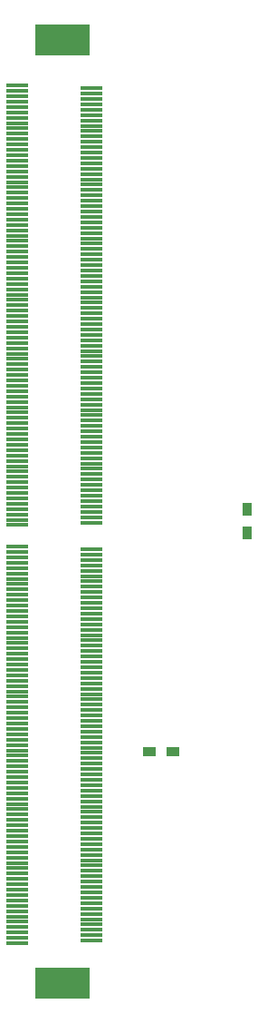
<source format=gtp>
G04 #@! TF.FileFunction,Paste,Top*
%FSLAX46Y46*%
G04 Gerber Fmt 4.6, Leading zero omitted, Abs format (unit mm)*
G04 Created by KiCad (PCBNEW 4.0.3-stable) date 11/18/16 20:14:28*
%MOMM*%
%LPD*%
G01*
G04 APERTURE LIST*
%ADD10C,0.150000*%
%ADD11R,5.150000X3.000000*%
%ADD12R,2.000000X0.350000*%
%ADD13R,0.900000X1.200000*%
%ADD14R,1.200000X0.900000*%
G04 APERTURE END LIST*
D10*
D11*
X264600000Y-107300000D03*
D12*
X267370000Y-162790000D03*
X267370000Y-163290000D03*
X267370000Y-164290000D03*
X267370000Y-163790000D03*
X267370000Y-165790000D03*
X267370000Y-166290000D03*
X267370000Y-165290000D03*
X267370000Y-164790000D03*
X267370000Y-168790000D03*
X267370000Y-169290000D03*
X267370000Y-169790000D03*
X267370000Y-167790000D03*
X267370000Y-168290000D03*
X267370000Y-167290000D03*
X267370000Y-166790000D03*
X267370000Y-158790000D03*
X267370000Y-159290000D03*
X267370000Y-160290000D03*
X267370000Y-159790000D03*
X267370000Y-161790000D03*
X267370000Y-162290000D03*
X267370000Y-161290000D03*
X267370000Y-160790000D03*
X267370000Y-156790000D03*
X267370000Y-157290000D03*
X267370000Y-158290000D03*
X267370000Y-157790000D03*
X267370000Y-155790000D03*
X267370000Y-156290000D03*
X267370000Y-155290000D03*
X260370000Y-162540000D03*
X260370000Y-163040000D03*
X260370000Y-164040000D03*
X260370000Y-163540000D03*
X260370000Y-165540000D03*
X260370000Y-166040000D03*
X260370000Y-165040000D03*
X260370000Y-164540000D03*
X260370000Y-168540000D03*
X260370000Y-169040000D03*
X260370000Y-170040000D03*
X260370000Y-169540000D03*
X260370000Y-167540000D03*
X260370000Y-168040000D03*
X260370000Y-167040000D03*
X260370000Y-166540000D03*
X260370000Y-158540000D03*
X260370000Y-159040000D03*
X260370000Y-160040000D03*
X260370000Y-159540000D03*
X260370000Y-161540000D03*
X260370000Y-162040000D03*
X260370000Y-161040000D03*
X260370000Y-160540000D03*
X260370000Y-156540000D03*
X260370000Y-157040000D03*
X260370000Y-158040000D03*
X260370000Y-157540000D03*
X260370000Y-155540000D03*
X260370000Y-156040000D03*
X260370000Y-155040000D03*
X260370000Y-152540000D03*
X260370000Y-154540000D03*
X267370000Y-170290000D03*
X260370000Y-170540000D03*
X267370000Y-170790000D03*
X260370000Y-171040000D03*
X267370000Y-171290000D03*
X260370000Y-171540000D03*
X267370000Y-171790000D03*
X260370000Y-172040000D03*
X267370000Y-172290000D03*
X260370000Y-172540000D03*
X267370000Y-172790000D03*
X260370000Y-173040000D03*
X267370000Y-173290000D03*
X260370000Y-173540000D03*
X267370000Y-173790000D03*
X260370000Y-174040000D03*
X267370000Y-174290000D03*
X260370000Y-174540000D03*
X267370000Y-174790000D03*
X260370000Y-175040000D03*
X267370000Y-175290000D03*
X260370000Y-175540000D03*
X267370000Y-175790000D03*
X260370000Y-176040000D03*
X267370000Y-176290000D03*
X260370000Y-176540000D03*
X267370000Y-176790000D03*
X260370000Y-177040000D03*
X267370000Y-177290000D03*
X260370000Y-177540000D03*
X267370000Y-177790000D03*
X260370000Y-178040000D03*
X267370000Y-178290000D03*
X260370000Y-178540000D03*
X267370000Y-178790000D03*
X260370000Y-179040000D03*
X267370000Y-179290000D03*
X260370000Y-179540000D03*
X267370000Y-179790000D03*
X260370000Y-180040000D03*
X267370000Y-180290000D03*
X260370000Y-180540000D03*
X267370000Y-180790000D03*
X260370000Y-181040000D03*
X267370000Y-181290000D03*
X260370000Y-181540000D03*
X267370000Y-181790000D03*
X260370000Y-182040000D03*
X267370000Y-182290000D03*
X260370000Y-182540000D03*
X267370000Y-182790000D03*
X260370000Y-183040000D03*
X267370000Y-183290000D03*
X260370000Y-183540000D03*
X267370000Y-183790000D03*
X260370000Y-184040000D03*
X267370000Y-184290000D03*
X260370000Y-184540000D03*
X267370000Y-184790000D03*
X260370000Y-185040000D03*
X267370000Y-185290000D03*
X260370000Y-185540000D03*
X267370000Y-185790000D03*
X260370000Y-186040000D03*
X267370000Y-186290000D03*
X260370000Y-186540000D03*
X267370000Y-186790000D03*
X260370000Y-187040000D03*
X267370000Y-187290000D03*
X260370000Y-187540000D03*
X267370000Y-187790000D03*
X260370000Y-188040000D03*
X267370000Y-188290000D03*
X260370000Y-188540000D03*
X267370000Y-188790000D03*
X260370000Y-189040000D03*
X267370000Y-189290000D03*
X260370000Y-189540000D03*
X267370000Y-189790000D03*
X260370000Y-190040000D03*
X267370000Y-190290000D03*
X260370000Y-190540000D03*
X267370000Y-190790000D03*
X260370000Y-191040000D03*
X267370000Y-191290000D03*
X260370000Y-191540000D03*
X267370000Y-154790000D03*
X267370000Y-152290000D03*
X260370000Y-121540000D03*
X267370000Y-121790000D03*
X260370000Y-122040000D03*
X267370000Y-122290000D03*
X260370000Y-122540000D03*
X267370000Y-122790000D03*
X260370000Y-123040000D03*
X267370000Y-123290000D03*
X260370000Y-123540000D03*
X267370000Y-123790000D03*
X260370000Y-124040000D03*
X267370000Y-124290000D03*
X260370000Y-124540000D03*
X267370000Y-124790000D03*
X260370000Y-125040000D03*
X267370000Y-125290000D03*
X260370000Y-125540000D03*
X267370000Y-125790000D03*
X260370000Y-126040000D03*
X267370000Y-126290000D03*
X260370000Y-126540000D03*
X267370000Y-126790000D03*
X260370000Y-127040000D03*
X267370000Y-127290000D03*
X260370000Y-127540000D03*
X267370000Y-127790000D03*
X260370000Y-128040000D03*
X267370000Y-128290000D03*
X260370000Y-128540000D03*
X267370000Y-128790000D03*
X260370000Y-129040000D03*
X267370000Y-129290000D03*
X260370000Y-129540000D03*
X267370000Y-129790000D03*
X260370000Y-130040000D03*
X267370000Y-130290000D03*
X260370000Y-130540000D03*
X267370000Y-130790000D03*
X260370000Y-131040000D03*
X267370000Y-131290000D03*
X260370000Y-131540000D03*
X267370000Y-131790000D03*
X260370000Y-132040000D03*
X267370000Y-132290000D03*
X260370000Y-132540000D03*
X267370000Y-132790000D03*
X260370000Y-133040000D03*
X267370000Y-133290000D03*
X260370000Y-133540000D03*
X267370000Y-133790000D03*
X260370000Y-134040000D03*
X267370000Y-134290000D03*
X260370000Y-134540000D03*
X267370000Y-134790000D03*
X260370000Y-135040000D03*
X267370000Y-135290000D03*
X260370000Y-135540000D03*
X267370000Y-135790000D03*
X260370000Y-136040000D03*
X267370000Y-136290000D03*
X260370000Y-136540000D03*
X267370000Y-136790000D03*
X260370000Y-137040000D03*
X267370000Y-137290000D03*
X260370000Y-137540000D03*
X267370000Y-137790000D03*
X260370000Y-138040000D03*
X267370000Y-138290000D03*
X260370000Y-138540000D03*
X267370000Y-138790000D03*
X260370000Y-139040000D03*
X267370000Y-139290000D03*
X260370000Y-139540000D03*
X267370000Y-139790000D03*
X260370000Y-140040000D03*
X267370000Y-140290000D03*
X260370000Y-140540000D03*
X267370000Y-140790000D03*
X260370000Y-141040000D03*
X267370000Y-141290000D03*
X260370000Y-141540000D03*
X267370000Y-141790000D03*
X260370000Y-142040000D03*
X267370000Y-142290000D03*
X260370000Y-142540000D03*
X267370000Y-142790000D03*
X260370000Y-143040000D03*
X267370000Y-143290000D03*
X260370000Y-143540000D03*
X267370000Y-143790000D03*
X260370000Y-144040000D03*
X267370000Y-144290000D03*
X260370000Y-144540000D03*
X267370000Y-144790000D03*
X260370000Y-145040000D03*
X267370000Y-145290000D03*
X260370000Y-145540000D03*
X267370000Y-145790000D03*
X260370000Y-146040000D03*
X267370000Y-146290000D03*
X260370000Y-146540000D03*
X267370000Y-146790000D03*
X260370000Y-147040000D03*
X267370000Y-147290000D03*
X260370000Y-147540000D03*
X267370000Y-147790000D03*
X260370000Y-148040000D03*
X267370000Y-148290000D03*
X260370000Y-148540000D03*
X267370000Y-148790000D03*
X260370000Y-149040000D03*
X267370000Y-149290000D03*
X260370000Y-149540000D03*
X267370000Y-149790000D03*
X260370000Y-150040000D03*
X267370000Y-150290000D03*
X260370000Y-150540000D03*
X267370000Y-150790000D03*
X260370000Y-151040000D03*
X267370000Y-151290000D03*
X260370000Y-151540000D03*
X267370000Y-151790000D03*
X260370000Y-152040000D03*
X260370000Y-111540000D03*
X260370000Y-112040000D03*
X260370000Y-112540000D03*
X260370000Y-113040000D03*
X260370000Y-113540000D03*
X260370000Y-114040000D03*
X260370000Y-114540000D03*
X260370000Y-115040000D03*
X260370000Y-115540000D03*
X260370000Y-116040000D03*
X260370000Y-116540000D03*
X260370000Y-117040000D03*
X260370000Y-117540000D03*
X260370000Y-118040000D03*
X260370000Y-118540000D03*
X260370000Y-119040000D03*
X260370000Y-119540000D03*
X260370000Y-120040000D03*
X260370000Y-120540000D03*
X260370000Y-121040000D03*
X267370000Y-111790000D03*
X267370000Y-112290000D03*
X267370000Y-112790000D03*
X267370000Y-113290000D03*
X267370000Y-113790000D03*
X267370000Y-114290000D03*
X267370000Y-114790000D03*
X267370000Y-115290000D03*
X267370000Y-115790000D03*
X267370000Y-116290000D03*
X267370000Y-116790000D03*
X267370000Y-117290000D03*
X267370000Y-117790000D03*
X267370000Y-118290000D03*
X267370000Y-118790000D03*
X267370000Y-119290000D03*
X267370000Y-119790000D03*
X267370000Y-120290000D03*
X267370000Y-120790000D03*
X267370000Y-121290000D03*
D11*
X264610000Y-195290000D03*
D13*
X281940000Y-153246000D03*
X281940000Y-151046000D03*
D14*
X274927240Y-173657260D03*
X272727240Y-173657260D03*
M02*

</source>
